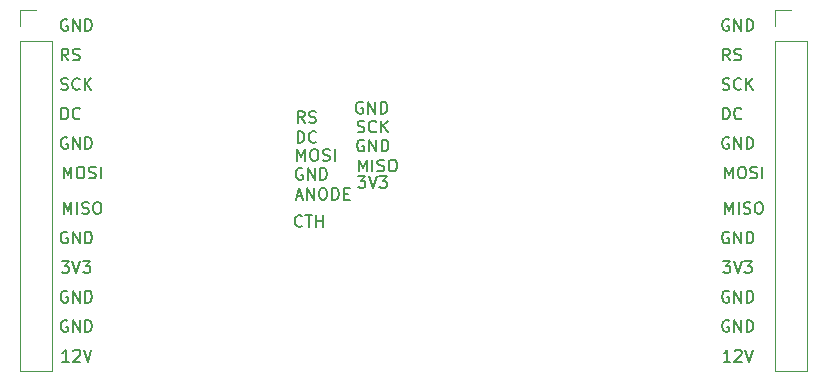
<source format=gbr>
G04 #@! TF.GenerationSoftware,KiCad,Pcbnew,(5.1.0)-1*
G04 #@! TF.CreationDate,2019-08-17T17:24:14+01:00*
G04 #@! TF.ProjectId,lcd_Daughterboard,6c63645f-4461-4756-9768-746572626f61,rev?*
G04 #@! TF.SameCoordinates,Original*
G04 #@! TF.FileFunction,Legend,Top*
G04 #@! TF.FilePolarity,Positive*
%FSLAX46Y46*%
G04 Gerber Fmt 4.6, Leading zero omitted, Abs format (unit mm)*
G04 Created by KiCad (PCBNEW (5.1.0)-1) date 2019-08-17 17:24:14*
%MOMM*%
%LPD*%
G04 APERTURE LIST*
%ADD10C,0.150000*%
%ADD11C,0.120000*%
G04 APERTURE END LIST*
D10*
X124604761Y-125457142D02*
X124557142Y-125504761D01*
X124414285Y-125552380D01*
X124319047Y-125552380D01*
X124176190Y-125504761D01*
X124080952Y-125409523D01*
X124033333Y-125314285D01*
X123985714Y-125123809D01*
X123985714Y-124980952D01*
X124033333Y-124790476D01*
X124080952Y-124695238D01*
X124176190Y-124600000D01*
X124319047Y-124552380D01*
X124414285Y-124552380D01*
X124557142Y-124600000D01*
X124604761Y-124647619D01*
X124890476Y-124552380D02*
X125461904Y-124552380D01*
X125176190Y-125552380D02*
X125176190Y-124552380D01*
X125795238Y-125552380D02*
X125795238Y-124552380D01*
X125795238Y-125028571D02*
X126366666Y-125028571D01*
X126366666Y-125552380D02*
X126366666Y-124552380D01*
X129314285Y-117504761D02*
X129457142Y-117552380D01*
X129695238Y-117552380D01*
X129790476Y-117504761D01*
X129838095Y-117457142D01*
X129885714Y-117361904D01*
X129885714Y-117266666D01*
X129838095Y-117171428D01*
X129790476Y-117123809D01*
X129695238Y-117076190D01*
X129504761Y-117028571D01*
X129409523Y-116980952D01*
X129361904Y-116933333D01*
X129314285Y-116838095D01*
X129314285Y-116742857D01*
X129361904Y-116647619D01*
X129409523Y-116600000D01*
X129504761Y-116552380D01*
X129742857Y-116552380D01*
X129885714Y-116600000D01*
X130885714Y-117457142D02*
X130838095Y-117504761D01*
X130695238Y-117552380D01*
X130600000Y-117552380D01*
X130457142Y-117504761D01*
X130361904Y-117409523D01*
X130314285Y-117314285D01*
X130266666Y-117123809D01*
X130266666Y-116980952D01*
X130314285Y-116790476D01*
X130361904Y-116695238D01*
X130457142Y-116600000D01*
X130600000Y-116552380D01*
X130695238Y-116552380D01*
X130838095Y-116600000D01*
X130885714Y-116647619D01*
X131314285Y-117552380D02*
X131314285Y-116552380D01*
X131885714Y-117552380D02*
X131457142Y-116980952D01*
X131885714Y-116552380D02*
X131314285Y-117123809D01*
X124833333Y-116752380D02*
X124500000Y-116276190D01*
X124261904Y-116752380D02*
X124261904Y-115752380D01*
X124642857Y-115752380D01*
X124738095Y-115800000D01*
X124785714Y-115847619D01*
X124833333Y-115942857D01*
X124833333Y-116085714D01*
X124785714Y-116180952D01*
X124738095Y-116228571D01*
X124642857Y-116276190D01*
X124261904Y-116276190D01*
X125214285Y-116704761D02*
X125357142Y-116752380D01*
X125595238Y-116752380D01*
X125690476Y-116704761D01*
X125738095Y-116657142D01*
X125785714Y-116561904D01*
X125785714Y-116466666D01*
X125738095Y-116371428D01*
X125690476Y-116323809D01*
X125595238Y-116276190D01*
X125404761Y-116228571D01*
X125309523Y-116180952D01*
X125261904Y-116133333D01*
X125214285Y-116038095D01*
X125214285Y-115942857D01*
X125261904Y-115847619D01*
X125309523Y-115800000D01*
X125404761Y-115752380D01*
X125642857Y-115752380D01*
X125785714Y-115800000D01*
X129738095Y-115000000D02*
X129642857Y-114952380D01*
X129500000Y-114952380D01*
X129357142Y-115000000D01*
X129261904Y-115095238D01*
X129214285Y-115190476D01*
X129166666Y-115380952D01*
X129166666Y-115523809D01*
X129214285Y-115714285D01*
X129261904Y-115809523D01*
X129357142Y-115904761D01*
X129500000Y-115952380D01*
X129595238Y-115952380D01*
X129738095Y-115904761D01*
X129785714Y-115857142D01*
X129785714Y-115523809D01*
X129595238Y-115523809D01*
X130214285Y-115952380D02*
X130214285Y-114952380D01*
X130785714Y-115952380D01*
X130785714Y-114952380D01*
X131261904Y-115952380D02*
X131261904Y-114952380D01*
X131500000Y-114952380D01*
X131642857Y-115000000D01*
X131738095Y-115095238D01*
X131785714Y-115190476D01*
X131833333Y-115380952D01*
X131833333Y-115523809D01*
X131785714Y-115714285D01*
X131738095Y-115809523D01*
X131642857Y-115904761D01*
X131500000Y-115952380D01*
X131261904Y-115952380D01*
X124161904Y-122966666D02*
X124638095Y-122966666D01*
X124066666Y-123252380D02*
X124400000Y-122252380D01*
X124733333Y-123252380D01*
X125066666Y-123252380D02*
X125066666Y-122252380D01*
X125638095Y-123252380D01*
X125638095Y-122252380D01*
X126304761Y-122252380D02*
X126495238Y-122252380D01*
X126590476Y-122300000D01*
X126685714Y-122395238D01*
X126733333Y-122585714D01*
X126733333Y-122919047D01*
X126685714Y-123109523D01*
X126590476Y-123204761D01*
X126495238Y-123252380D01*
X126304761Y-123252380D01*
X126209523Y-123204761D01*
X126114285Y-123109523D01*
X126066666Y-122919047D01*
X126066666Y-122585714D01*
X126114285Y-122395238D01*
X126209523Y-122300000D01*
X126304761Y-122252380D01*
X127161904Y-123252380D02*
X127161904Y-122252380D01*
X127400000Y-122252380D01*
X127542857Y-122300000D01*
X127638095Y-122395238D01*
X127685714Y-122490476D01*
X127733333Y-122680952D01*
X127733333Y-122823809D01*
X127685714Y-123014285D01*
X127638095Y-123109523D01*
X127542857Y-123204761D01*
X127400000Y-123252380D01*
X127161904Y-123252380D01*
X128161904Y-122728571D02*
X128495238Y-122728571D01*
X128638095Y-123252380D02*
X128161904Y-123252380D01*
X128161904Y-122252380D01*
X128638095Y-122252380D01*
X124228571Y-119952380D02*
X124228571Y-118952380D01*
X124561904Y-119666666D01*
X124895238Y-118952380D01*
X124895238Y-119952380D01*
X125561904Y-118952380D02*
X125752380Y-118952380D01*
X125847619Y-119000000D01*
X125942857Y-119095238D01*
X125990476Y-119285714D01*
X125990476Y-119619047D01*
X125942857Y-119809523D01*
X125847619Y-119904761D01*
X125752380Y-119952380D01*
X125561904Y-119952380D01*
X125466666Y-119904761D01*
X125371428Y-119809523D01*
X125323809Y-119619047D01*
X125323809Y-119285714D01*
X125371428Y-119095238D01*
X125466666Y-119000000D01*
X125561904Y-118952380D01*
X126371428Y-119904761D02*
X126514285Y-119952380D01*
X126752380Y-119952380D01*
X126847619Y-119904761D01*
X126895238Y-119857142D01*
X126942857Y-119761904D01*
X126942857Y-119666666D01*
X126895238Y-119571428D01*
X126847619Y-119523809D01*
X126752380Y-119476190D01*
X126561904Y-119428571D01*
X126466666Y-119380952D01*
X126419047Y-119333333D01*
X126371428Y-119238095D01*
X126371428Y-119142857D01*
X126419047Y-119047619D01*
X126466666Y-119000000D01*
X126561904Y-118952380D01*
X126800000Y-118952380D01*
X126942857Y-119000000D01*
X127371428Y-119952380D02*
X127371428Y-118952380D01*
X124638095Y-120600000D02*
X124542857Y-120552380D01*
X124400000Y-120552380D01*
X124257142Y-120600000D01*
X124161904Y-120695238D01*
X124114285Y-120790476D01*
X124066666Y-120980952D01*
X124066666Y-121123809D01*
X124114285Y-121314285D01*
X124161904Y-121409523D01*
X124257142Y-121504761D01*
X124400000Y-121552380D01*
X124495238Y-121552380D01*
X124638095Y-121504761D01*
X124685714Y-121457142D01*
X124685714Y-121123809D01*
X124495238Y-121123809D01*
X125114285Y-121552380D02*
X125114285Y-120552380D01*
X125685714Y-121552380D01*
X125685714Y-120552380D01*
X126161904Y-121552380D02*
X126161904Y-120552380D01*
X126400000Y-120552380D01*
X126542857Y-120600000D01*
X126638095Y-120695238D01*
X126685714Y-120790476D01*
X126733333Y-120980952D01*
X126733333Y-121123809D01*
X126685714Y-121314285D01*
X126638095Y-121409523D01*
X126542857Y-121504761D01*
X126400000Y-121552380D01*
X126161904Y-121552380D01*
X129428571Y-120852380D02*
X129428571Y-119852380D01*
X129761904Y-120566666D01*
X130095238Y-119852380D01*
X130095238Y-120852380D01*
X130571428Y-120852380D02*
X130571428Y-119852380D01*
X131000000Y-120804761D02*
X131142857Y-120852380D01*
X131380952Y-120852380D01*
X131476190Y-120804761D01*
X131523809Y-120757142D01*
X131571428Y-120661904D01*
X131571428Y-120566666D01*
X131523809Y-120471428D01*
X131476190Y-120423809D01*
X131380952Y-120376190D01*
X131190476Y-120328571D01*
X131095238Y-120280952D01*
X131047619Y-120233333D01*
X131000000Y-120138095D01*
X131000000Y-120042857D01*
X131047619Y-119947619D01*
X131095238Y-119900000D01*
X131190476Y-119852380D01*
X131428571Y-119852380D01*
X131571428Y-119900000D01*
X132190476Y-119852380D02*
X132380952Y-119852380D01*
X132476190Y-119900000D01*
X132571428Y-119995238D01*
X132619047Y-120185714D01*
X132619047Y-120519047D01*
X132571428Y-120709523D01*
X132476190Y-120804761D01*
X132380952Y-120852380D01*
X132190476Y-120852380D01*
X132095238Y-120804761D01*
X132000000Y-120709523D01*
X131952380Y-120519047D01*
X131952380Y-120185714D01*
X132000000Y-119995238D01*
X132095238Y-119900000D01*
X132190476Y-119852380D01*
X129838095Y-118200000D02*
X129742857Y-118152380D01*
X129600000Y-118152380D01*
X129457142Y-118200000D01*
X129361904Y-118295238D01*
X129314285Y-118390476D01*
X129266666Y-118580952D01*
X129266666Y-118723809D01*
X129314285Y-118914285D01*
X129361904Y-119009523D01*
X129457142Y-119104761D01*
X129600000Y-119152380D01*
X129695238Y-119152380D01*
X129838095Y-119104761D01*
X129885714Y-119057142D01*
X129885714Y-118723809D01*
X129695238Y-118723809D01*
X130314285Y-119152380D02*
X130314285Y-118152380D01*
X130885714Y-119152380D01*
X130885714Y-118152380D01*
X131361904Y-119152380D02*
X131361904Y-118152380D01*
X131600000Y-118152380D01*
X131742857Y-118200000D01*
X131838095Y-118295238D01*
X131885714Y-118390476D01*
X131933333Y-118580952D01*
X131933333Y-118723809D01*
X131885714Y-118914285D01*
X131838095Y-119009523D01*
X131742857Y-119104761D01*
X131600000Y-119152380D01*
X131361904Y-119152380D01*
X124238095Y-118452380D02*
X124238095Y-117452380D01*
X124476190Y-117452380D01*
X124619047Y-117500000D01*
X124714285Y-117595238D01*
X124761904Y-117690476D01*
X124809523Y-117880952D01*
X124809523Y-118023809D01*
X124761904Y-118214285D01*
X124714285Y-118309523D01*
X124619047Y-118404761D01*
X124476190Y-118452380D01*
X124238095Y-118452380D01*
X125809523Y-118357142D02*
X125761904Y-118404761D01*
X125619047Y-118452380D01*
X125523809Y-118452380D01*
X125380952Y-118404761D01*
X125285714Y-118309523D01*
X125238095Y-118214285D01*
X125190476Y-118023809D01*
X125190476Y-117880952D01*
X125238095Y-117690476D01*
X125285714Y-117595238D01*
X125380952Y-117500000D01*
X125523809Y-117452380D01*
X125619047Y-117452380D01*
X125761904Y-117500000D01*
X125809523Y-117547619D01*
X129361904Y-121252380D02*
X129980952Y-121252380D01*
X129647619Y-121633333D01*
X129790476Y-121633333D01*
X129885714Y-121680952D01*
X129933333Y-121728571D01*
X129980952Y-121823809D01*
X129980952Y-122061904D01*
X129933333Y-122157142D01*
X129885714Y-122204761D01*
X129790476Y-122252380D01*
X129504761Y-122252380D01*
X129409523Y-122204761D01*
X129361904Y-122157142D01*
X130266666Y-121252380D02*
X130600000Y-122252380D01*
X130933333Y-121252380D01*
X131171428Y-121252380D02*
X131790476Y-121252380D01*
X131457142Y-121633333D01*
X131600000Y-121633333D01*
X131695238Y-121680952D01*
X131742857Y-121728571D01*
X131790476Y-121823809D01*
X131790476Y-122061904D01*
X131742857Y-122157142D01*
X131695238Y-122204761D01*
X131600000Y-122252380D01*
X131314285Y-122252380D01*
X131219047Y-122204761D01*
X131171428Y-122157142D01*
X160214285Y-113904761D02*
X160357142Y-113952380D01*
X160595238Y-113952380D01*
X160690476Y-113904761D01*
X160738095Y-113857142D01*
X160785714Y-113761904D01*
X160785714Y-113666666D01*
X160738095Y-113571428D01*
X160690476Y-113523809D01*
X160595238Y-113476190D01*
X160404761Y-113428571D01*
X160309523Y-113380952D01*
X160261904Y-113333333D01*
X160214285Y-113238095D01*
X160214285Y-113142857D01*
X160261904Y-113047619D01*
X160309523Y-113000000D01*
X160404761Y-112952380D01*
X160642857Y-112952380D01*
X160785714Y-113000000D01*
X161785714Y-113857142D02*
X161738095Y-113904761D01*
X161595238Y-113952380D01*
X161500000Y-113952380D01*
X161357142Y-113904761D01*
X161261904Y-113809523D01*
X161214285Y-113714285D01*
X161166666Y-113523809D01*
X161166666Y-113380952D01*
X161214285Y-113190476D01*
X161261904Y-113095238D01*
X161357142Y-113000000D01*
X161500000Y-112952380D01*
X161595238Y-112952380D01*
X161738095Y-113000000D01*
X161785714Y-113047619D01*
X162214285Y-113952380D02*
X162214285Y-112952380D01*
X162785714Y-113952380D02*
X162357142Y-113380952D01*
X162785714Y-112952380D02*
X162214285Y-113523809D01*
X160833333Y-111452380D02*
X160500000Y-110976190D01*
X160261904Y-111452380D02*
X160261904Y-110452380D01*
X160642857Y-110452380D01*
X160738095Y-110500000D01*
X160785714Y-110547619D01*
X160833333Y-110642857D01*
X160833333Y-110785714D01*
X160785714Y-110880952D01*
X160738095Y-110928571D01*
X160642857Y-110976190D01*
X160261904Y-110976190D01*
X161214285Y-111404761D02*
X161357142Y-111452380D01*
X161595238Y-111452380D01*
X161690476Y-111404761D01*
X161738095Y-111357142D01*
X161785714Y-111261904D01*
X161785714Y-111166666D01*
X161738095Y-111071428D01*
X161690476Y-111023809D01*
X161595238Y-110976190D01*
X161404761Y-110928571D01*
X161309523Y-110880952D01*
X161261904Y-110833333D01*
X161214285Y-110738095D01*
X161214285Y-110642857D01*
X161261904Y-110547619D01*
X161309523Y-110500000D01*
X161404761Y-110452380D01*
X161642857Y-110452380D01*
X161785714Y-110500000D01*
X160738095Y-108000000D02*
X160642857Y-107952380D01*
X160500000Y-107952380D01*
X160357142Y-108000000D01*
X160261904Y-108095238D01*
X160214285Y-108190476D01*
X160166666Y-108380952D01*
X160166666Y-108523809D01*
X160214285Y-108714285D01*
X160261904Y-108809523D01*
X160357142Y-108904761D01*
X160500000Y-108952380D01*
X160595238Y-108952380D01*
X160738095Y-108904761D01*
X160785714Y-108857142D01*
X160785714Y-108523809D01*
X160595238Y-108523809D01*
X161214285Y-108952380D02*
X161214285Y-107952380D01*
X161785714Y-108952380D01*
X161785714Y-107952380D01*
X162261904Y-108952380D02*
X162261904Y-107952380D01*
X162500000Y-107952380D01*
X162642857Y-108000000D01*
X162738095Y-108095238D01*
X162785714Y-108190476D01*
X162833333Y-108380952D01*
X162833333Y-108523809D01*
X162785714Y-108714285D01*
X162738095Y-108809523D01*
X162642857Y-108904761D01*
X162500000Y-108952380D01*
X162261904Y-108952380D01*
X160738095Y-131000000D02*
X160642857Y-130952380D01*
X160500000Y-130952380D01*
X160357142Y-131000000D01*
X160261904Y-131095238D01*
X160214285Y-131190476D01*
X160166666Y-131380952D01*
X160166666Y-131523809D01*
X160214285Y-131714285D01*
X160261904Y-131809523D01*
X160357142Y-131904761D01*
X160500000Y-131952380D01*
X160595238Y-131952380D01*
X160738095Y-131904761D01*
X160785714Y-131857142D01*
X160785714Y-131523809D01*
X160595238Y-131523809D01*
X161214285Y-131952380D02*
X161214285Y-130952380D01*
X161785714Y-131952380D01*
X161785714Y-130952380D01*
X162261904Y-131952380D02*
X162261904Y-130952380D01*
X162500000Y-130952380D01*
X162642857Y-131000000D01*
X162738095Y-131095238D01*
X162785714Y-131190476D01*
X162833333Y-131380952D01*
X162833333Y-131523809D01*
X162785714Y-131714285D01*
X162738095Y-131809523D01*
X162642857Y-131904761D01*
X162500000Y-131952380D01*
X162261904Y-131952380D01*
X160738095Y-133500000D02*
X160642857Y-133452380D01*
X160500000Y-133452380D01*
X160357142Y-133500000D01*
X160261904Y-133595238D01*
X160214285Y-133690476D01*
X160166666Y-133880952D01*
X160166666Y-134023809D01*
X160214285Y-134214285D01*
X160261904Y-134309523D01*
X160357142Y-134404761D01*
X160500000Y-134452380D01*
X160595238Y-134452380D01*
X160738095Y-134404761D01*
X160785714Y-134357142D01*
X160785714Y-134023809D01*
X160595238Y-134023809D01*
X161214285Y-134452380D02*
X161214285Y-133452380D01*
X161785714Y-134452380D01*
X161785714Y-133452380D01*
X162261904Y-134452380D02*
X162261904Y-133452380D01*
X162500000Y-133452380D01*
X162642857Y-133500000D01*
X162738095Y-133595238D01*
X162785714Y-133690476D01*
X162833333Y-133880952D01*
X162833333Y-134023809D01*
X162785714Y-134214285D01*
X162738095Y-134309523D01*
X162642857Y-134404761D01*
X162500000Y-134452380D01*
X162261904Y-134452380D01*
X160428571Y-121452380D02*
X160428571Y-120452380D01*
X160761904Y-121166666D01*
X161095238Y-120452380D01*
X161095238Y-121452380D01*
X161761904Y-120452380D02*
X161952380Y-120452380D01*
X162047619Y-120500000D01*
X162142857Y-120595238D01*
X162190476Y-120785714D01*
X162190476Y-121119047D01*
X162142857Y-121309523D01*
X162047619Y-121404761D01*
X161952380Y-121452380D01*
X161761904Y-121452380D01*
X161666666Y-121404761D01*
X161571428Y-121309523D01*
X161523809Y-121119047D01*
X161523809Y-120785714D01*
X161571428Y-120595238D01*
X161666666Y-120500000D01*
X161761904Y-120452380D01*
X162571428Y-121404761D02*
X162714285Y-121452380D01*
X162952380Y-121452380D01*
X163047619Y-121404761D01*
X163095238Y-121357142D01*
X163142857Y-121261904D01*
X163142857Y-121166666D01*
X163095238Y-121071428D01*
X163047619Y-121023809D01*
X162952380Y-120976190D01*
X162761904Y-120928571D01*
X162666666Y-120880952D01*
X162619047Y-120833333D01*
X162571428Y-120738095D01*
X162571428Y-120642857D01*
X162619047Y-120547619D01*
X162666666Y-120500000D01*
X162761904Y-120452380D01*
X163000000Y-120452380D01*
X163142857Y-120500000D01*
X163571428Y-121452380D02*
X163571428Y-120452380D01*
X160738095Y-126000000D02*
X160642857Y-125952380D01*
X160500000Y-125952380D01*
X160357142Y-126000000D01*
X160261904Y-126095238D01*
X160214285Y-126190476D01*
X160166666Y-126380952D01*
X160166666Y-126523809D01*
X160214285Y-126714285D01*
X160261904Y-126809523D01*
X160357142Y-126904761D01*
X160500000Y-126952380D01*
X160595238Y-126952380D01*
X160738095Y-126904761D01*
X160785714Y-126857142D01*
X160785714Y-126523809D01*
X160595238Y-126523809D01*
X161214285Y-126952380D02*
X161214285Y-125952380D01*
X161785714Y-126952380D01*
X161785714Y-125952380D01*
X162261904Y-126952380D02*
X162261904Y-125952380D01*
X162500000Y-125952380D01*
X162642857Y-126000000D01*
X162738095Y-126095238D01*
X162785714Y-126190476D01*
X162833333Y-126380952D01*
X162833333Y-126523809D01*
X162785714Y-126714285D01*
X162738095Y-126809523D01*
X162642857Y-126904761D01*
X162500000Y-126952380D01*
X162261904Y-126952380D01*
X160428571Y-124452380D02*
X160428571Y-123452380D01*
X160761904Y-124166666D01*
X161095238Y-123452380D01*
X161095238Y-124452380D01*
X161571428Y-124452380D02*
X161571428Y-123452380D01*
X162000000Y-124404761D02*
X162142857Y-124452380D01*
X162380952Y-124452380D01*
X162476190Y-124404761D01*
X162523809Y-124357142D01*
X162571428Y-124261904D01*
X162571428Y-124166666D01*
X162523809Y-124071428D01*
X162476190Y-124023809D01*
X162380952Y-123976190D01*
X162190476Y-123928571D01*
X162095238Y-123880952D01*
X162047619Y-123833333D01*
X162000000Y-123738095D01*
X162000000Y-123642857D01*
X162047619Y-123547619D01*
X162095238Y-123500000D01*
X162190476Y-123452380D01*
X162428571Y-123452380D01*
X162571428Y-123500000D01*
X163190476Y-123452380D02*
X163380952Y-123452380D01*
X163476190Y-123500000D01*
X163571428Y-123595238D01*
X163619047Y-123785714D01*
X163619047Y-124119047D01*
X163571428Y-124309523D01*
X163476190Y-124404761D01*
X163380952Y-124452380D01*
X163190476Y-124452380D01*
X163095238Y-124404761D01*
X163000000Y-124309523D01*
X162952380Y-124119047D01*
X162952380Y-123785714D01*
X163000000Y-123595238D01*
X163095238Y-123500000D01*
X163190476Y-123452380D01*
X160738095Y-118000000D02*
X160642857Y-117952380D01*
X160500000Y-117952380D01*
X160357142Y-118000000D01*
X160261904Y-118095238D01*
X160214285Y-118190476D01*
X160166666Y-118380952D01*
X160166666Y-118523809D01*
X160214285Y-118714285D01*
X160261904Y-118809523D01*
X160357142Y-118904761D01*
X160500000Y-118952380D01*
X160595238Y-118952380D01*
X160738095Y-118904761D01*
X160785714Y-118857142D01*
X160785714Y-118523809D01*
X160595238Y-118523809D01*
X161214285Y-118952380D02*
X161214285Y-117952380D01*
X161785714Y-118952380D01*
X161785714Y-117952380D01*
X162261904Y-118952380D02*
X162261904Y-117952380D01*
X162500000Y-117952380D01*
X162642857Y-118000000D01*
X162738095Y-118095238D01*
X162785714Y-118190476D01*
X162833333Y-118380952D01*
X162833333Y-118523809D01*
X162785714Y-118714285D01*
X162738095Y-118809523D01*
X162642857Y-118904761D01*
X162500000Y-118952380D01*
X162261904Y-118952380D01*
X160880952Y-136952380D02*
X160309523Y-136952380D01*
X160595238Y-136952380D02*
X160595238Y-135952380D01*
X160500000Y-136095238D01*
X160404761Y-136190476D01*
X160309523Y-136238095D01*
X161261904Y-136047619D02*
X161309523Y-136000000D01*
X161404761Y-135952380D01*
X161642857Y-135952380D01*
X161738095Y-136000000D01*
X161785714Y-136047619D01*
X161833333Y-136142857D01*
X161833333Y-136238095D01*
X161785714Y-136380952D01*
X161214285Y-136952380D01*
X161833333Y-136952380D01*
X162119047Y-135952380D02*
X162452380Y-136952380D01*
X162785714Y-135952380D01*
X160238095Y-116452380D02*
X160238095Y-115452380D01*
X160476190Y-115452380D01*
X160619047Y-115500000D01*
X160714285Y-115595238D01*
X160761904Y-115690476D01*
X160809523Y-115880952D01*
X160809523Y-116023809D01*
X160761904Y-116214285D01*
X160714285Y-116309523D01*
X160619047Y-116404761D01*
X160476190Y-116452380D01*
X160238095Y-116452380D01*
X161809523Y-116357142D02*
X161761904Y-116404761D01*
X161619047Y-116452380D01*
X161523809Y-116452380D01*
X161380952Y-116404761D01*
X161285714Y-116309523D01*
X161238095Y-116214285D01*
X161190476Y-116023809D01*
X161190476Y-115880952D01*
X161238095Y-115690476D01*
X161285714Y-115595238D01*
X161380952Y-115500000D01*
X161523809Y-115452380D01*
X161619047Y-115452380D01*
X161761904Y-115500000D01*
X161809523Y-115547619D01*
X160261904Y-128452380D02*
X160880952Y-128452380D01*
X160547619Y-128833333D01*
X160690476Y-128833333D01*
X160785714Y-128880952D01*
X160833333Y-128928571D01*
X160880952Y-129023809D01*
X160880952Y-129261904D01*
X160833333Y-129357142D01*
X160785714Y-129404761D01*
X160690476Y-129452380D01*
X160404761Y-129452380D01*
X160309523Y-129404761D01*
X160261904Y-129357142D01*
X161166666Y-128452380D02*
X161500000Y-129452380D01*
X161833333Y-128452380D01*
X162071428Y-128452380D02*
X162690476Y-128452380D01*
X162357142Y-128833333D01*
X162500000Y-128833333D01*
X162595238Y-128880952D01*
X162642857Y-128928571D01*
X162690476Y-129023809D01*
X162690476Y-129261904D01*
X162642857Y-129357142D01*
X162595238Y-129404761D01*
X162500000Y-129452380D01*
X162214285Y-129452380D01*
X162119047Y-129404761D01*
X162071428Y-129357142D01*
X104880952Y-136952380D02*
X104309523Y-136952380D01*
X104595238Y-136952380D02*
X104595238Y-135952380D01*
X104500000Y-136095238D01*
X104404761Y-136190476D01*
X104309523Y-136238095D01*
X105261904Y-136047619D02*
X105309523Y-136000000D01*
X105404761Y-135952380D01*
X105642857Y-135952380D01*
X105738095Y-136000000D01*
X105785714Y-136047619D01*
X105833333Y-136142857D01*
X105833333Y-136238095D01*
X105785714Y-136380952D01*
X105214285Y-136952380D01*
X105833333Y-136952380D01*
X106119047Y-135952380D02*
X106452380Y-136952380D01*
X106785714Y-135952380D01*
X104238095Y-116452380D02*
X104238095Y-115452380D01*
X104476190Y-115452380D01*
X104619047Y-115500000D01*
X104714285Y-115595238D01*
X104761904Y-115690476D01*
X104809523Y-115880952D01*
X104809523Y-116023809D01*
X104761904Y-116214285D01*
X104714285Y-116309523D01*
X104619047Y-116404761D01*
X104476190Y-116452380D01*
X104238095Y-116452380D01*
X105809523Y-116357142D02*
X105761904Y-116404761D01*
X105619047Y-116452380D01*
X105523809Y-116452380D01*
X105380952Y-116404761D01*
X105285714Y-116309523D01*
X105238095Y-116214285D01*
X105190476Y-116023809D01*
X105190476Y-115880952D01*
X105238095Y-115690476D01*
X105285714Y-115595238D01*
X105380952Y-115500000D01*
X105523809Y-115452380D01*
X105619047Y-115452380D01*
X105761904Y-115500000D01*
X105809523Y-115547619D01*
X104738095Y-133500000D02*
X104642857Y-133452380D01*
X104500000Y-133452380D01*
X104357142Y-133500000D01*
X104261904Y-133595238D01*
X104214285Y-133690476D01*
X104166666Y-133880952D01*
X104166666Y-134023809D01*
X104214285Y-134214285D01*
X104261904Y-134309523D01*
X104357142Y-134404761D01*
X104500000Y-134452380D01*
X104595238Y-134452380D01*
X104738095Y-134404761D01*
X104785714Y-134357142D01*
X104785714Y-134023809D01*
X104595238Y-134023809D01*
X105214285Y-134452380D02*
X105214285Y-133452380D01*
X105785714Y-134452380D01*
X105785714Y-133452380D01*
X106261904Y-134452380D02*
X106261904Y-133452380D01*
X106500000Y-133452380D01*
X106642857Y-133500000D01*
X106738095Y-133595238D01*
X106785714Y-133690476D01*
X106833333Y-133880952D01*
X106833333Y-134023809D01*
X106785714Y-134214285D01*
X106738095Y-134309523D01*
X106642857Y-134404761D01*
X106500000Y-134452380D01*
X106261904Y-134452380D01*
X104738095Y-131000000D02*
X104642857Y-130952380D01*
X104500000Y-130952380D01*
X104357142Y-131000000D01*
X104261904Y-131095238D01*
X104214285Y-131190476D01*
X104166666Y-131380952D01*
X104166666Y-131523809D01*
X104214285Y-131714285D01*
X104261904Y-131809523D01*
X104357142Y-131904761D01*
X104500000Y-131952380D01*
X104595238Y-131952380D01*
X104738095Y-131904761D01*
X104785714Y-131857142D01*
X104785714Y-131523809D01*
X104595238Y-131523809D01*
X105214285Y-131952380D02*
X105214285Y-130952380D01*
X105785714Y-131952380D01*
X105785714Y-130952380D01*
X106261904Y-131952380D02*
X106261904Y-130952380D01*
X106500000Y-130952380D01*
X106642857Y-131000000D01*
X106738095Y-131095238D01*
X106785714Y-131190476D01*
X106833333Y-131380952D01*
X106833333Y-131523809D01*
X106785714Y-131714285D01*
X106738095Y-131809523D01*
X106642857Y-131904761D01*
X106500000Y-131952380D01*
X106261904Y-131952380D01*
X104261904Y-128452380D02*
X104880952Y-128452380D01*
X104547619Y-128833333D01*
X104690476Y-128833333D01*
X104785714Y-128880952D01*
X104833333Y-128928571D01*
X104880952Y-129023809D01*
X104880952Y-129261904D01*
X104833333Y-129357142D01*
X104785714Y-129404761D01*
X104690476Y-129452380D01*
X104404761Y-129452380D01*
X104309523Y-129404761D01*
X104261904Y-129357142D01*
X105166666Y-128452380D02*
X105500000Y-129452380D01*
X105833333Y-128452380D01*
X106071428Y-128452380D02*
X106690476Y-128452380D01*
X106357142Y-128833333D01*
X106500000Y-128833333D01*
X106595238Y-128880952D01*
X106642857Y-128928571D01*
X106690476Y-129023809D01*
X106690476Y-129261904D01*
X106642857Y-129357142D01*
X106595238Y-129404761D01*
X106500000Y-129452380D01*
X106214285Y-129452380D01*
X106119047Y-129404761D01*
X106071428Y-129357142D01*
X104738095Y-126000000D02*
X104642857Y-125952380D01*
X104500000Y-125952380D01*
X104357142Y-126000000D01*
X104261904Y-126095238D01*
X104214285Y-126190476D01*
X104166666Y-126380952D01*
X104166666Y-126523809D01*
X104214285Y-126714285D01*
X104261904Y-126809523D01*
X104357142Y-126904761D01*
X104500000Y-126952380D01*
X104595238Y-126952380D01*
X104738095Y-126904761D01*
X104785714Y-126857142D01*
X104785714Y-126523809D01*
X104595238Y-126523809D01*
X105214285Y-126952380D02*
X105214285Y-125952380D01*
X105785714Y-126952380D01*
X105785714Y-125952380D01*
X106261904Y-126952380D02*
X106261904Y-125952380D01*
X106500000Y-125952380D01*
X106642857Y-126000000D01*
X106738095Y-126095238D01*
X106785714Y-126190476D01*
X106833333Y-126380952D01*
X106833333Y-126523809D01*
X106785714Y-126714285D01*
X106738095Y-126809523D01*
X106642857Y-126904761D01*
X106500000Y-126952380D01*
X106261904Y-126952380D01*
X104428571Y-124452380D02*
X104428571Y-123452380D01*
X104761904Y-124166666D01*
X105095238Y-123452380D01*
X105095238Y-124452380D01*
X105571428Y-124452380D02*
X105571428Y-123452380D01*
X106000000Y-124404761D02*
X106142857Y-124452380D01*
X106380952Y-124452380D01*
X106476190Y-124404761D01*
X106523809Y-124357142D01*
X106571428Y-124261904D01*
X106571428Y-124166666D01*
X106523809Y-124071428D01*
X106476190Y-124023809D01*
X106380952Y-123976190D01*
X106190476Y-123928571D01*
X106095238Y-123880952D01*
X106047619Y-123833333D01*
X106000000Y-123738095D01*
X106000000Y-123642857D01*
X106047619Y-123547619D01*
X106095238Y-123500000D01*
X106190476Y-123452380D01*
X106428571Y-123452380D01*
X106571428Y-123500000D01*
X107190476Y-123452380D02*
X107380952Y-123452380D01*
X107476190Y-123500000D01*
X107571428Y-123595238D01*
X107619047Y-123785714D01*
X107619047Y-124119047D01*
X107571428Y-124309523D01*
X107476190Y-124404761D01*
X107380952Y-124452380D01*
X107190476Y-124452380D01*
X107095238Y-124404761D01*
X107000000Y-124309523D01*
X106952380Y-124119047D01*
X106952380Y-123785714D01*
X107000000Y-123595238D01*
X107095238Y-123500000D01*
X107190476Y-123452380D01*
X104428571Y-121452380D02*
X104428571Y-120452380D01*
X104761904Y-121166666D01*
X105095238Y-120452380D01*
X105095238Y-121452380D01*
X105761904Y-120452380D02*
X105952380Y-120452380D01*
X106047619Y-120500000D01*
X106142857Y-120595238D01*
X106190476Y-120785714D01*
X106190476Y-121119047D01*
X106142857Y-121309523D01*
X106047619Y-121404761D01*
X105952380Y-121452380D01*
X105761904Y-121452380D01*
X105666666Y-121404761D01*
X105571428Y-121309523D01*
X105523809Y-121119047D01*
X105523809Y-120785714D01*
X105571428Y-120595238D01*
X105666666Y-120500000D01*
X105761904Y-120452380D01*
X106571428Y-121404761D02*
X106714285Y-121452380D01*
X106952380Y-121452380D01*
X107047619Y-121404761D01*
X107095238Y-121357142D01*
X107142857Y-121261904D01*
X107142857Y-121166666D01*
X107095238Y-121071428D01*
X107047619Y-121023809D01*
X106952380Y-120976190D01*
X106761904Y-120928571D01*
X106666666Y-120880952D01*
X106619047Y-120833333D01*
X106571428Y-120738095D01*
X106571428Y-120642857D01*
X106619047Y-120547619D01*
X106666666Y-120500000D01*
X106761904Y-120452380D01*
X107000000Y-120452380D01*
X107142857Y-120500000D01*
X107571428Y-121452380D02*
X107571428Y-120452380D01*
X104738095Y-118000000D02*
X104642857Y-117952380D01*
X104500000Y-117952380D01*
X104357142Y-118000000D01*
X104261904Y-118095238D01*
X104214285Y-118190476D01*
X104166666Y-118380952D01*
X104166666Y-118523809D01*
X104214285Y-118714285D01*
X104261904Y-118809523D01*
X104357142Y-118904761D01*
X104500000Y-118952380D01*
X104595238Y-118952380D01*
X104738095Y-118904761D01*
X104785714Y-118857142D01*
X104785714Y-118523809D01*
X104595238Y-118523809D01*
X105214285Y-118952380D02*
X105214285Y-117952380D01*
X105785714Y-118952380D01*
X105785714Y-117952380D01*
X106261904Y-118952380D02*
X106261904Y-117952380D01*
X106500000Y-117952380D01*
X106642857Y-118000000D01*
X106738095Y-118095238D01*
X106785714Y-118190476D01*
X106833333Y-118380952D01*
X106833333Y-118523809D01*
X106785714Y-118714285D01*
X106738095Y-118809523D01*
X106642857Y-118904761D01*
X106500000Y-118952380D01*
X106261904Y-118952380D01*
X104214285Y-113904761D02*
X104357142Y-113952380D01*
X104595238Y-113952380D01*
X104690476Y-113904761D01*
X104738095Y-113857142D01*
X104785714Y-113761904D01*
X104785714Y-113666666D01*
X104738095Y-113571428D01*
X104690476Y-113523809D01*
X104595238Y-113476190D01*
X104404761Y-113428571D01*
X104309523Y-113380952D01*
X104261904Y-113333333D01*
X104214285Y-113238095D01*
X104214285Y-113142857D01*
X104261904Y-113047619D01*
X104309523Y-113000000D01*
X104404761Y-112952380D01*
X104642857Y-112952380D01*
X104785714Y-113000000D01*
X105785714Y-113857142D02*
X105738095Y-113904761D01*
X105595238Y-113952380D01*
X105500000Y-113952380D01*
X105357142Y-113904761D01*
X105261904Y-113809523D01*
X105214285Y-113714285D01*
X105166666Y-113523809D01*
X105166666Y-113380952D01*
X105214285Y-113190476D01*
X105261904Y-113095238D01*
X105357142Y-113000000D01*
X105500000Y-112952380D01*
X105595238Y-112952380D01*
X105738095Y-113000000D01*
X105785714Y-113047619D01*
X106214285Y-113952380D02*
X106214285Y-112952380D01*
X106785714Y-113952380D02*
X106357142Y-113380952D01*
X106785714Y-112952380D02*
X106214285Y-113523809D01*
X104833333Y-111452380D02*
X104500000Y-110976190D01*
X104261904Y-111452380D02*
X104261904Y-110452380D01*
X104642857Y-110452380D01*
X104738095Y-110500000D01*
X104785714Y-110547619D01*
X104833333Y-110642857D01*
X104833333Y-110785714D01*
X104785714Y-110880952D01*
X104738095Y-110928571D01*
X104642857Y-110976190D01*
X104261904Y-110976190D01*
X105214285Y-111404761D02*
X105357142Y-111452380D01*
X105595238Y-111452380D01*
X105690476Y-111404761D01*
X105738095Y-111357142D01*
X105785714Y-111261904D01*
X105785714Y-111166666D01*
X105738095Y-111071428D01*
X105690476Y-111023809D01*
X105595238Y-110976190D01*
X105404761Y-110928571D01*
X105309523Y-110880952D01*
X105261904Y-110833333D01*
X105214285Y-110738095D01*
X105214285Y-110642857D01*
X105261904Y-110547619D01*
X105309523Y-110500000D01*
X105404761Y-110452380D01*
X105642857Y-110452380D01*
X105785714Y-110500000D01*
X104738095Y-108000000D02*
X104642857Y-107952380D01*
X104500000Y-107952380D01*
X104357142Y-108000000D01*
X104261904Y-108095238D01*
X104214285Y-108190476D01*
X104166666Y-108380952D01*
X104166666Y-108523809D01*
X104214285Y-108714285D01*
X104261904Y-108809523D01*
X104357142Y-108904761D01*
X104500000Y-108952380D01*
X104595238Y-108952380D01*
X104738095Y-108904761D01*
X104785714Y-108857142D01*
X104785714Y-108523809D01*
X104595238Y-108523809D01*
X105214285Y-108952380D02*
X105214285Y-107952380D01*
X105785714Y-108952380D01*
X105785714Y-107952380D01*
X106261904Y-108952380D02*
X106261904Y-107952380D01*
X106500000Y-107952380D01*
X106642857Y-108000000D01*
X106738095Y-108095238D01*
X106785714Y-108190476D01*
X106833333Y-108380952D01*
X106833333Y-108523809D01*
X106785714Y-108714285D01*
X106738095Y-108809523D01*
X106642857Y-108904761D01*
X106500000Y-108952380D01*
X106261904Y-108952380D01*
D11*
X100770000Y-107170000D02*
X102100000Y-107170000D01*
X100770000Y-108500000D02*
X100770000Y-107170000D01*
X100770000Y-109770000D02*
X103430000Y-109770000D01*
X103430000Y-109770000D02*
X103430000Y-137770000D01*
X100770000Y-109770000D02*
X100770000Y-137770000D01*
X100770000Y-137770000D02*
X103430000Y-137770000D01*
X164670000Y-137770000D02*
X167330000Y-137770000D01*
X164670000Y-109770000D02*
X164670000Y-137770000D01*
X167330000Y-109770000D02*
X167330000Y-137770000D01*
X164670000Y-109770000D02*
X167330000Y-109770000D01*
X164670000Y-108500000D02*
X164670000Y-107170000D01*
X164670000Y-107170000D02*
X166000000Y-107170000D01*
M02*

</source>
